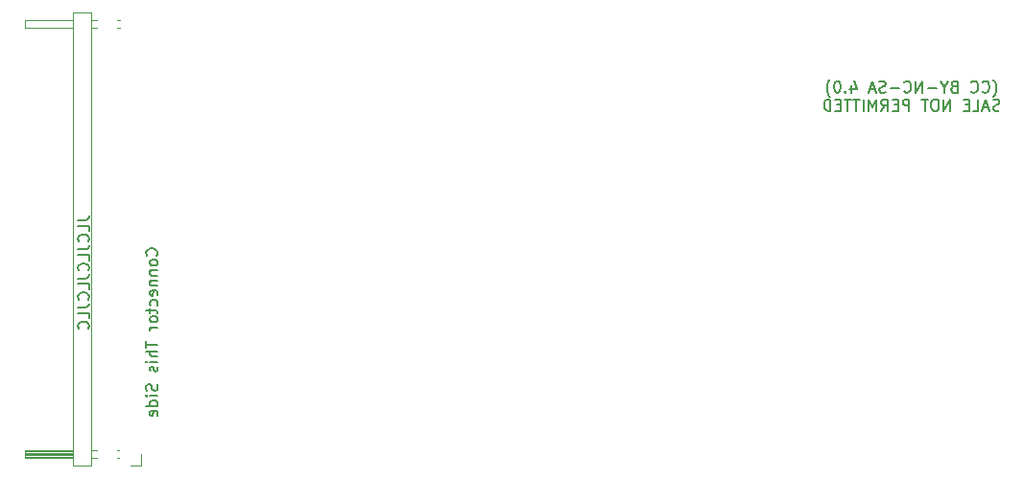
<source format=gbr>
%TF.GenerationSoftware,KiCad,Pcbnew,(6.0.2)*%
%TF.CreationDate,2022-04-05T12:30:50-06:00*%
%TF.ProjectId,PowerBook_F4Lite_THTV1,506f7765-7242-46f6-9f6b-5f46344c6974,rev?*%
%TF.SameCoordinates,Original*%
%TF.FileFunction,Legend,Bot*%
%TF.FilePolarity,Positive*%
%FSLAX46Y46*%
G04 Gerber Fmt 4.6, Leading zero omitted, Abs format (unit mm)*
G04 Created by KiCad (PCBNEW (6.0.2)) date 2022-04-05 12:30:50*
%MOMM*%
%LPD*%
G01*
G04 APERTURE LIST*
%ADD10C,0.150000*%
%ADD11C,0.120000*%
G04 APERTURE END LIST*
D10*
X72557142Y-83354285D02*
X72604761Y-83306666D01*
X72652380Y-83163809D01*
X72652380Y-83068571D01*
X72604761Y-82925714D01*
X72509523Y-82830476D01*
X72414285Y-82782857D01*
X72223809Y-82735238D01*
X72080952Y-82735238D01*
X71890476Y-82782857D01*
X71795238Y-82830476D01*
X71700000Y-82925714D01*
X71652380Y-83068571D01*
X71652380Y-83163809D01*
X71700000Y-83306666D01*
X71747619Y-83354285D01*
X72652380Y-83925714D02*
X72604761Y-83830476D01*
X72557142Y-83782857D01*
X72461904Y-83735238D01*
X72176190Y-83735238D01*
X72080952Y-83782857D01*
X72033333Y-83830476D01*
X71985714Y-83925714D01*
X71985714Y-84068571D01*
X72033333Y-84163809D01*
X72080952Y-84211428D01*
X72176190Y-84259047D01*
X72461904Y-84259047D01*
X72557142Y-84211428D01*
X72604761Y-84163809D01*
X72652380Y-84068571D01*
X72652380Y-83925714D01*
X71985714Y-84687619D02*
X72652380Y-84687619D01*
X72080952Y-84687619D02*
X72033333Y-84735238D01*
X71985714Y-84830476D01*
X71985714Y-84973333D01*
X72033333Y-85068571D01*
X72128571Y-85116190D01*
X72652380Y-85116190D01*
X71985714Y-85592380D02*
X72652380Y-85592380D01*
X72080952Y-85592380D02*
X72033333Y-85640000D01*
X71985714Y-85735238D01*
X71985714Y-85878095D01*
X72033333Y-85973333D01*
X72128571Y-86020952D01*
X72652380Y-86020952D01*
X72604761Y-86878095D02*
X72652380Y-86782857D01*
X72652380Y-86592380D01*
X72604761Y-86497142D01*
X72509523Y-86449523D01*
X72128571Y-86449523D01*
X72033333Y-86497142D01*
X71985714Y-86592380D01*
X71985714Y-86782857D01*
X72033333Y-86878095D01*
X72128571Y-86925714D01*
X72223809Y-86925714D01*
X72319047Y-86449523D01*
X72604761Y-87782857D02*
X72652380Y-87687619D01*
X72652380Y-87497142D01*
X72604761Y-87401904D01*
X72557142Y-87354285D01*
X72461904Y-87306666D01*
X72176190Y-87306666D01*
X72080952Y-87354285D01*
X72033333Y-87401904D01*
X71985714Y-87497142D01*
X71985714Y-87687619D01*
X72033333Y-87782857D01*
X71985714Y-88068571D02*
X71985714Y-88449523D01*
X71652380Y-88211428D02*
X72509523Y-88211428D01*
X72604761Y-88259047D01*
X72652380Y-88354285D01*
X72652380Y-88449523D01*
X72652380Y-88925714D02*
X72604761Y-88830476D01*
X72557142Y-88782857D01*
X72461904Y-88735238D01*
X72176190Y-88735238D01*
X72080952Y-88782857D01*
X72033333Y-88830476D01*
X71985714Y-88925714D01*
X71985714Y-89068571D01*
X72033333Y-89163809D01*
X72080952Y-89211428D01*
X72176190Y-89259047D01*
X72461904Y-89259047D01*
X72557142Y-89211428D01*
X72604761Y-89163809D01*
X72652380Y-89068571D01*
X72652380Y-88925714D01*
X72652380Y-89687619D02*
X71985714Y-89687619D01*
X72176190Y-89687619D02*
X72080952Y-89735238D01*
X72033333Y-89782857D01*
X71985714Y-89878095D01*
X71985714Y-89973333D01*
X71652380Y-90925714D02*
X71652380Y-91497142D01*
X72652380Y-91211428D02*
X71652380Y-91211428D01*
X72652380Y-91830476D02*
X71652380Y-91830476D01*
X72652380Y-92259047D02*
X72128571Y-92259047D01*
X72033333Y-92211428D01*
X71985714Y-92116190D01*
X71985714Y-91973333D01*
X72033333Y-91878095D01*
X72080952Y-91830476D01*
X72652380Y-92735238D02*
X71985714Y-92735238D01*
X71652380Y-92735238D02*
X71700000Y-92687619D01*
X71747619Y-92735238D01*
X71700000Y-92782857D01*
X71652380Y-92735238D01*
X71747619Y-92735238D01*
X72604761Y-93163809D02*
X72652380Y-93259047D01*
X72652380Y-93449523D01*
X72604761Y-93544761D01*
X72509523Y-93592380D01*
X72461904Y-93592380D01*
X72366666Y-93544761D01*
X72319047Y-93449523D01*
X72319047Y-93306666D01*
X72271428Y-93211428D01*
X72176190Y-93163809D01*
X72128571Y-93163809D01*
X72033333Y-93211428D01*
X71985714Y-93306666D01*
X71985714Y-93449523D01*
X72033333Y-93544761D01*
X72604761Y-94735238D02*
X72652380Y-94878095D01*
X72652380Y-95116190D01*
X72604761Y-95211428D01*
X72557142Y-95259047D01*
X72461904Y-95306666D01*
X72366666Y-95306666D01*
X72271428Y-95259047D01*
X72223809Y-95211428D01*
X72176190Y-95116190D01*
X72128571Y-94925714D01*
X72080952Y-94830476D01*
X72033333Y-94782857D01*
X71938095Y-94735238D01*
X71842857Y-94735238D01*
X71747619Y-94782857D01*
X71700000Y-94830476D01*
X71652380Y-94925714D01*
X71652380Y-95163809D01*
X71700000Y-95306666D01*
X72652380Y-95735238D02*
X71985714Y-95735238D01*
X71652380Y-95735238D02*
X71700000Y-95687619D01*
X71747619Y-95735238D01*
X71700000Y-95782857D01*
X71652380Y-95735238D01*
X71747619Y-95735238D01*
X72652380Y-96640000D02*
X71652380Y-96640000D01*
X72604761Y-96640000D02*
X72652380Y-96544761D01*
X72652380Y-96354285D01*
X72604761Y-96259047D01*
X72557142Y-96211428D01*
X72461904Y-96163809D01*
X72176190Y-96163809D01*
X72080952Y-96211428D01*
X72033333Y-96259047D01*
X71985714Y-96354285D01*
X71985714Y-96544761D01*
X72033333Y-96640000D01*
X72604761Y-97497142D02*
X72652380Y-97401904D01*
X72652380Y-97211428D01*
X72604761Y-97116190D01*
X72509523Y-97068571D01*
X72128571Y-97068571D01*
X72033333Y-97116190D01*
X71985714Y-97211428D01*
X71985714Y-97401904D01*
X72033333Y-97497142D01*
X72128571Y-97544761D01*
X72223809Y-97544761D01*
X72319047Y-97068571D01*
X146380476Y-69328333D02*
X146428095Y-69280714D01*
X146523333Y-69137857D01*
X146570952Y-69042619D01*
X146618571Y-68899761D01*
X146666190Y-68661666D01*
X146666190Y-68471190D01*
X146618571Y-68233095D01*
X146570952Y-68090238D01*
X146523333Y-67995000D01*
X146428095Y-67852142D01*
X146380476Y-67804523D01*
X145428095Y-68852142D02*
X145475714Y-68899761D01*
X145618571Y-68947380D01*
X145713809Y-68947380D01*
X145856666Y-68899761D01*
X145951904Y-68804523D01*
X145999523Y-68709285D01*
X146047142Y-68518809D01*
X146047142Y-68375952D01*
X145999523Y-68185476D01*
X145951904Y-68090238D01*
X145856666Y-67995000D01*
X145713809Y-67947380D01*
X145618571Y-67947380D01*
X145475714Y-67995000D01*
X145428095Y-68042619D01*
X144428095Y-68852142D02*
X144475714Y-68899761D01*
X144618571Y-68947380D01*
X144713809Y-68947380D01*
X144856666Y-68899761D01*
X144951904Y-68804523D01*
X144999523Y-68709285D01*
X145047142Y-68518809D01*
X145047142Y-68375952D01*
X144999523Y-68185476D01*
X144951904Y-68090238D01*
X144856666Y-67995000D01*
X144713809Y-67947380D01*
X144618571Y-67947380D01*
X144475714Y-67995000D01*
X144428095Y-68042619D01*
X142904285Y-68423571D02*
X142761428Y-68471190D01*
X142713809Y-68518809D01*
X142666190Y-68614047D01*
X142666190Y-68756904D01*
X142713809Y-68852142D01*
X142761428Y-68899761D01*
X142856666Y-68947380D01*
X143237619Y-68947380D01*
X143237619Y-67947380D01*
X142904285Y-67947380D01*
X142809047Y-67995000D01*
X142761428Y-68042619D01*
X142713809Y-68137857D01*
X142713809Y-68233095D01*
X142761428Y-68328333D01*
X142809047Y-68375952D01*
X142904285Y-68423571D01*
X143237619Y-68423571D01*
X142047142Y-68471190D02*
X142047142Y-68947380D01*
X142380476Y-67947380D02*
X142047142Y-68471190D01*
X141713809Y-67947380D01*
X141380476Y-68566428D02*
X140618571Y-68566428D01*
X140142380Y-68947380D02*
X140142380Y-67947380D01*
X139570952Y-68947380D01*
X139570952Y-67947380D01*
X138523333Y-68852142D02*
X138570952Y-68899761D01*
X138713809Y-68947380D01*
X138809047Y-68947380D01*
X138951904Y-68899761D01*
X139047142Y-68804523D01*
X139094761Y-68709285D01*
X139142380Y-68518809D01*
X139142380Y-68375952D01*
X139094761Y-68185476D01*
X139047142Y-68090238D01*
X138951904Y-67995000D01*
X138809047Y-67947380D01*
X138713809Y-67947380D01*
X138570952Y-67995000D01*
X138523333Y-68042619D01*
X138094761Y-68566428D02*
X137332857Y-68566428D01*
X136904285Y-68899761D02*
X136761428Y-68947380D01*
X136523333Y-68947380D01*
X136428095Y-68899761D01*
X136380476Y-68852142D01*
X136332857Y-68756904D01*
X136332857Y-68661666D01*
X136380476Y-68566428D01*
X136428095Y-68518809D01*
X136523333Y-68471190D01*
X136713809Y-68423571D01*
X136809047Y-68375952D01*
X136856666Y-68328333D01*
X136904285Y-68233095D01*
X136904285Y-68137857D01*
X136856666Y-68042619D01*
X136809047Y-67995000D01*
X136713809Y-67947380D01*
X136475714Y-67947380D01*
X136332857Y-67995000D01*
X135951904Y-68661666D02*
X135475714Y-68661666D01*
X136047142Y-68947380D02*
X135713809Y-67947380D01*
X135380476Y-68947380D01*
X133856666Y-68280714D02*
X133856666Y-68947380D01*
X134094761Y-67899761D02*
X134332857Y-68614047D01*
X133713809Y-68614047D01*
X133332857Y-68852142D02*
X133285238Y-68899761D01*
X133332857Y-68947380D01*
X133380476Y-68899761D01*
X133332857Y-68852142D01*
X133332857Y-68947380D01*
X132666190Y-67947380D02*
X132570952Y-67947380D01*
X132475714Y-67995000D01*
X132428095Y-68042619D01*
X132380476Y-68137857D01*
X132332857Y-68328333D01*
X132332857Y-68566428D01*
X132380476Y-68756904D01*
X132428095Y-68852142D01*
X132475714Y-68899761D01*
X132570952Y-68947380D01*
X132666190Y-68947380D01*
X132761428Y-68899761D01*
X132809047Y-68852142D01*
X132856666Y-68756904D01*
X132904285Y-68566428D01*
X132904285Y-68328333D01*
X132856666Y-68137857D01*
X132809047Y-68042619D01*
X132761428Y-67995000D01*
X132666190Y-67947380D01*
X131999523Y-69328333D02*
X131951904Y-69280714D01*
X131856666Y-69137857D01*
X131809047Y-69042619D01*
X131761428Y-68899761D01*
X131713809Y-68661666D01*
X131713809Y-68471190D01*
X131761428Y-68233095D01*
X131809047Y-68090238D01*
X131856666Y-67995000D01*
X131951904Y-67852142D01*
X131999523Y-67804523D01*
X146928095Y-70509761D02*
X146785238Y-70557380D01*
X146547142Y-70557380D01*
X146451904Y-70509761D01*
X146404285Y-70462142D01*
X146356666Y-70366904D01*
X146356666Y-70271666D01*
X146404285Y-70176428D01*
X146451904Y-70128809D01*
X146547142Y-70081190D01*
X146737619Y-70033571D01*
X146832857Y-69985952D01*
X146880476Y-69938333D01*
X146928095Y-69843095D01*
X146928095Y-69747857D01*
X146880476Y-69652619D01*
X146832857Y-69605000D01*
X146737619Y-69557380D01*
X146499523Y-69557380D01*
X146356666Y-69605000D01*
X145975714Y-70271666D02*
X145499523Y-70271666D01*
X146070952Y-70557380D02*
X145737619Y-69557380D01*
X145404285Y-70557380D01*
X144594761Y-70557380D02*
X145070952Y-70557380D01*
X145070952Y-69557380D01*
X144261428Y-70033571D02*
X143928095Y-70033571D01*
X143785238Y-70557380D02*
X144261428Y-70557380D01*
X144261428Y-69557380D01*
X143785238Y-69557380D01*
X142594761Y-70557380D02*
X142594761Y-69557380D01*
X142023333Y-70557380D01*
X142023333Y-69557380D01*
X141356666Y-69557380D02*
X141166190Y-69557380D01*
X141070952Y-69605000D01*
X140975714Y-69700238D01*
X140928095Y-69890714D01*
X140928095Y-70224047D01*
X140975714Y-70414523D01*
X141070952Y-70509761D01*
X141166190Y-70557380D01*
X141356666Y-70557380D01*
X141451904Y-70509761D01*
X141547142Y-70414523D01*
X141594761Y-70224047D01*
X141594761Y-69890714D01*
X141547142Y-69700238D01*
X141451904Y-69605000D01*
X141356666Y-69557380D01*
X140642380Y-69557380D02*
X140070952Y-69557380D01*
X140356666Y-70557380D02*
X140356666Y-69557380D01*
X138975714Y-70557380D02*
X138975714Y-69557380D01*
X138594761Y-69557380D01*
X138499523Y-69605000D01*
X138451904Y-69652619D01*
X138404285Y-69747857D01*
X138404285Y-69890714D01*
X138451904Y-69985952D01*
X138499523Y-70033571D01*
X138594761Y-70081190D01*
X138975714Y-70081190D01*
X137975714Y-70033571D02*
X137642380Y-70033571D01*
X137499523Y-70557380D02*
X137975714Y-70557380D01*
X137975714Y-69557380D01*
X137499523Y-69557380D01*
X136499523Y-70557380D02*
X136832857Y-70081190D01*
X137070952Y-70557380D02*
X137070952Y-69557380D01*
X136690000Y-69557380D01*
X136594761Y-69605000D01*
X136547142Y-69652619D01*
X136499523Y-69747857D01*
X136499523Y-69890714D01*
X136547142Y-69985952D01*
X136594761Y-70033571D01*
X136690000Y-70081190D01*
X137070952Y-70081190D01*
X136070952Y-70557380D02*
X136070952Y-69557380D01*
X135737619Y-70271666D01*
X135404285Y-69557380D01*
X135404285Y-70557380D01*
X134928095Y-70557380D02*
X134928095Y-69557380D01*
X134594761Y-69557380D02*
X134023333Y-69557380D01*
X134309047Y-70557380D02*
X134309047Y-69557380D01*
X133832857Y-69557380D02*
X133261428Y-69557380D01*
X133547142Y-70557380D02*
X133547142Y-69557380D01*
X132928095Y-70033571D02*
X132594761Y-70033571D01*
X132451904Y-70557380D02*
X132928095Y-70557380D01*
X132928095Y-69557380D01*
X132451904Y-69557380D01*
X132023333Y-70557380D02*
X132023333Y-69557380D01*
X131785238Y-69557380D01*
X131642380Y-69605000D01*
X131547142Y-69700238D01*
X131499523Y-69795476D01*
X131451904Y-69985952D01*
X131451904Y-70128809D01*
X131499523Y-70319285D01*
X131547142Y-70414523D01*
X131642380Y-70509761D01*
X131785238Y-70557380D01*
X132023333Y-70557380D01*
X65621920Y-80239812D02*
X66336206Y-80239812D01*
X66479063Y-80192193D01*
X66574301Y-80096955D01*
X66621920Y-79954098D01*
X66621920Y-79858860D01*
X66621920Y-81192193D02*
X66621920Y-80716002D01*
X65621920Y-80716002D01*
X66526682Y-82096955D02*
X66574301Y-82049336D01*
X66621920Y-81906479D01*
X66621920Y-81811240D01*
X66574301Y-81668383D01*
X66479063Y-81573145D01*
X66383825Y-81525526D01*
X66193349Y-81477907D01*
X66050492Y-81477907D01*
X65860016Y-81525526D01*
X65764778Y-81573145D01*
X65669540Y-81668383D01*
X65621920Y-81811240D01*
X65621920Y-81906479D01*
X65669540Y-82049336D01*
X65717159Y-82096955D01*
X65621920Y-82811240D02*
X66336206Y-82811240D01*
X66479063Y-82763621D01*
X66574301Y-82668383D01*
X66621920Y-82525526D01*
X66621920Y-82430288D01*
X66621920Y-83763621D02*
X66621920Y-83287431D01*
X65621920Y-83287431D01*
X66526682Y-84668383D02*
X66574301Y-84620764D01*
X66621920Y-84477907D01*
X66621920Y-84382669D01*
X66574301Y-84239812D01*
X66479063Y-84144574D01*
X66383825Y-84096955D01*
X66193349Y-84049336D01*
X66050492Y-84049336D01*
X65860016Y-84096955D01*
X65764778Y-84144574D01*
X65669540Y-84239812D01*
X65621920Y-84382669D01*
X65621920Y-84477907D01*
X65669540Y-84620764D01*
X65717159Y-84668383D01*
X65621920Y-85382669D02*
X66336206Y-85382669D01*
X66479063Y-85335050D01*
X66574301Y-85239812D01*
X66621920Y-85096955D01*
X66621920Y-85001717D01*
X66621920Y-86335050D02*
X66621920Y-85858860D01*
X65621920Y-85858860D01*
X66526682Y-87239812D02*
X66574301Y-87192193D01*
X66621920Y-87049336D01*
X66621920Y-86954098D01*
X66574301Y-86811240D01*
X66479063Y-86716002D01*
X66383825Y-86668383D01*
X66193349Y-86620764D01*
X66050492Y-86620764D01*
X65860016Y-86668383D01*
X65764778Y-86716002D01*
X65669540Y-86811240D01*
X65621920Y-86954098D01*
X65621920Y-87049336D01*
X65669540Y-87192193D01*
X65717159Y-87239812D01*
X65621920Y-87954098D02*
X66336206Y-87954098D01*
X66479063Y-87906479D01*
X66574301Y-87811240D01*
X66621920Y-87668383D01*
X66621920Y-87573145D01*
X66621920Y-88906479D02*
X66621920Y-88430288D01*
X65621920Y-88430288D01*
X66526682Y-89811240D02*
X66574301Y-89763621D01*
X66621920Y-89620764D01*
X66621920Y-89525526D01*
X66574301Y-89382669D01*
X66479063Y-89287431D01*
X66383825Y-89239812D01*
X66193349Y-89192193D01*
X66050492Y-89192193D01*
X65860016Y-89239812D01*
X65764778Y-89287431D01*
X65669540Y-89382669D01*
X65621920Y-89525526D01*
X65621920Y-89620764D01*
X65669540Y-89763621D01*
X65717159Y-89811240D01*
D11*
%TO.C,J2*%
X66792020Y-101952940D02*
X66792020Y-61832940D01*
X66792020Y-61832940D02*
X65172020Y-61832940D01*
X65172020Y-61832940D02*
X65172020Y-101952940D01*
X65172020Y-101952940D02*
X66792020Y-101952940D01*
X65172020Y-101202940D02*
X60972020Y-101202940D01*
X60972020Y-101202940D02*
X60972020Y-100582940D01*
X60972020Y-100582940D02*
X65172020Y-100582940D01*
X65172020Y-101142940D02*
X60972020Y-101142940D01*
X65172020Y-101022940D02*
X60972020Y-101022940D01*
X65172020Y-100902940D02*
X60972020Y-100902940D01*
X65172020Y-100782940D02*
X60972020Y-100782940D01*
X65172020Y-100662940D02*
X60972020Y-100662940D01*
X67349906Y-101202940D02*
X66792020Y-101202940D01*
X67349906Y-100582940D02*
X66792020Y-100582940D01*
X69297020Y-101202940D02*
X69114134Y-101202940D01*
X69297020Y-100582940D02*
X69114134Y-100582940D01*
X65172020Y-63202940D02*
X60972020Y-63202940D01*
X60972020Y-63202940D02*
X60972020Y-62582940D01*
X60972020Y-62582940D02*
X65172020Y-62582940D01*
X67349906Y-63202940D02*
X66792020Y-63202940D01*
X67349906Y-62582940D02*
X66792020Y-62582940D01*
X69349906Y-63202940D02*
X69114134Y-63202940D01*
X69349906Y-62582940D02*
X69114134Y-62582940D01*
X71232020Y-100892940D02*
X71232020Y-101892940D01*
X71232020Y-101892940D02*
X70232020Y-101892940D01*
%TD*%
M02*

</source>
